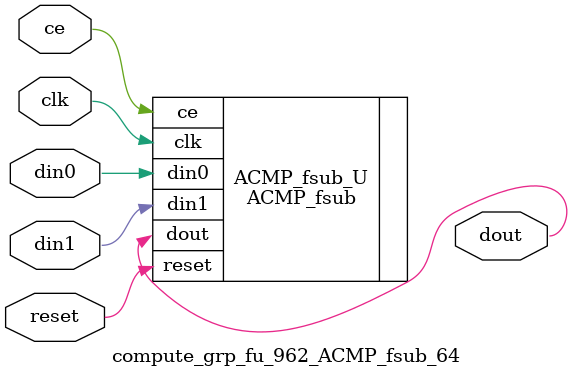
<source format=v>

`timescale 1 ns / 1 ps
module compute_grp_fu_962_ACMP_fsub_64(
    clk,
    reset,
    ce,
    din0,
    din1,
    dout);

parameter ID = 32'd1;
parameter NUM_STAGE = 32'd1;
parameter din0_WIDTH = 32'd1;
parameter din1_WIDTH = 32'd1;
parameter dout_WIDTH = 32'd1;
input clk;
input reset;
input ce;
input[din0_WIDTH - 1:0] din0;
input[din1_WIDTH - 1:0] din1;
output[dout_WIDTH - 1:0] dout;



ACMP_fsub #(
.ID( ID ),
.NUM_STAGE( 4 ),
.din0_WIDTH( din0_WIDTH ),
.din1_WIDTH( din1_WIDTH ),
.dout_WIDTH( dout_WIDTH ))
ACMP_fsub_U(
    .clk( clk ),
    .reset( reset ),
    .ce( ce ),
    .din0( din0 ),
    .din1( din1 ),
    .dout( dout ));

endmodule

</source>
